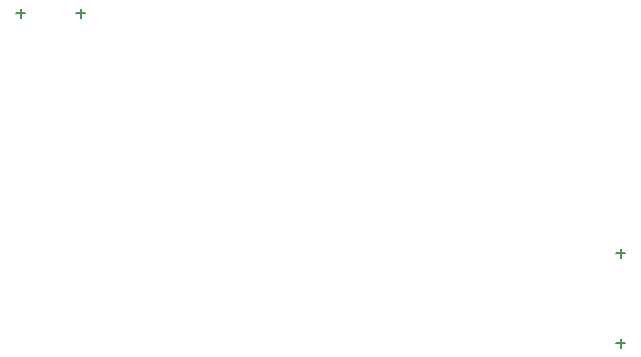
<source format=gbr>
%FSTAX23Y23*%
%MOIN*%
%SFA1B1*%

%IPPOS*%
%ADD30C,0.005000*%
%LNbattery_3.7_pcb_drillmap_1-1*%
%LPD*%
G54D30*
X06485Y02D02*
X06515D01*
X065Y01985D02*
Y02015D01*
X06485Y017D02*
X06515D01*
X065Y01685D02*
Y01715D01*
X04485Y028D02*
X04515D01*
X045Y02785D02*
Y02815D01*
X04685Y028D02*
X04715D01*
X047Y02785D02*
Y02815D01*
M02*
</source>
